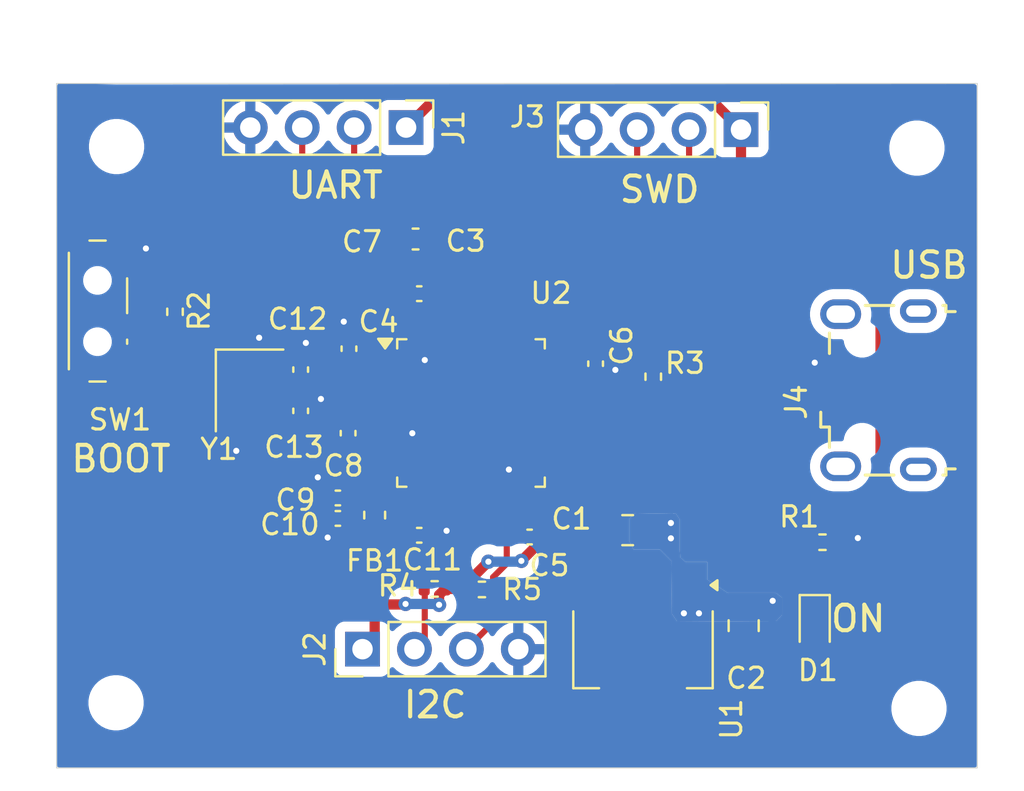
<source format=kicad_pcb>
(kicad_pcb (version 20240108) (generator "pcbnew") (generator_version "8.0")
  (layers (0 "F.Cu" signal) (31 "B.Cu" power) (34 "B.Paste" user) (35 "F.Paste" user) (36 "B.SilkS" user "B.Silkscreen") (37 "F.SilkS" user "F.Silkscreen") (38 "B.Mask" user) (39 "F.Mask" user) (44 "Edge.Cuts" user))
  (net 0 "")
  (net 1 "VBUS")
  (net 2 "GND")
  (net 3 "+3.3V")
  (net 4 "+3.3VA")
  (net 5 "/NRST")
  (net 6 "/HSE_IN")
  (net 7 "/HSE_OUT")
  (net 8 "/PW_LED_K")
  (net 9 "/USART_RX")
  (net 10 "/USART1_TX")
  (net 11 "/I2C2_SCL")
  (net 12 "/I2C2_SDA")
  (net 13 "/SWDIO")
  (net 14 "/SWCLK")
  (net 15 "/USB_D+")
  (net 21 "/USB_D-")
  (net 22 "/SW_BOOT0")
  (net 23 "/BOOT0")
  (footprint "Inductor_SMD:L_0603_1608Metric" (layer "F.Cu") (at 83.3 58.3375 -90)
    (property "Reference" "FB1" (at 2.2375 0 180) (layer "F.SilkS"))
    (property "Value" "120R")
    (fp_line (start -0.162779 0.51) (end 0.162779 0.51) (stroke (width 0.12)) (layer "F.SilkS"))
    (fp_line (start -0.162779 -0.51) (end 0.162779 -0.51) (stroke (width 0.12)) (layer "F.SilkS"))
    (pad "1" smd roundrect (at -0.7875 0 270) (size 0.875 0.95) (layers "F.Cu" "F.Paste" "F.Mask") (net 4 "+3.3VA"))
    (pad "2" smd roundrect (at 0.7875 0 270) (size 0.875 0.95) (layers "F.Cu" "F.Paste" "F.Mask") (net 3 "+3.3V"))
  )
  (footprint "Capacitor_SMD:C_0402_1005Metric" (layer "F.Cu") (at 79.6798 51.2158 90)
    (property "Reference" "C12" (at 2.4732 -0.1524 180) (layer "F.SilkS"))
    (property "Value" "10pF")
    (fp_line (start -0.107836 -0.36) (end 0.107836 -0.36) (stroke (width 0.12)) (layer "F.SilkS"))
    (fp_line (start -0.107836 0.36) (end 0.107836 0.36) (stroke (width 0.12)) (layer "F.SilkS"))
    (pad "1" smd roundrect (at -0.48 0 90) (size 0.56 0.62) (layers "F.Cu" "F.Paste" "F.Mask") (net 6 "/HSE_IN"))
    (pad "2" smd roundrect (at 0.48 0 90) (size 0.56 0.62) (layers "F.Cu" "F.Paste" "F.Mask") (net 2 "GND"))
  )
  (footprint "Capacitor_SMD:C_0402_1005Metric" (layer "F.Cu") (at 81.5 57.5 180)
    (property "Reference" "C9" (at 2.075 -0.1 0) (layer "F.SilkS"))
    (property "Value" "1uF")
    (fp_line (start -0.107836 0.36) (end 0.107836 0.36) (stroke (width 0.12)) (layer "F.SilkS"))
    (fp_line (start -0.107836 -0.36) (end 0.107836 -0.36) (stroke (width 0.12)) (layer "F.SilkS"))
    (pad "1" smd roundrect (at -0.48 0 180) (size 0.56 0.62) (layers "F.Cu" "F.Paste" "F.Mask") (net 4 "+3.3VA"))
    (pad "2" smd roundrect (at 0.48 0 180) (size 0.56 0.62) (layers "F.Cu" "F.Paste" "F.Mask") (net 2 "GND"))
  )
  (footprint "Capacitor_SMD:C_0402_1005Metric" (layer "F.Cu") (at 90.8786 59.4106 180)
    (property "Reference" "C5" (at -0.9678 -1.397 360) (layer "F.SilkS"))
    (property "Value" "100nF")
    (fp_line (start -0.107836 0.36) (end 0.107836 0.36) (stroke (width 0.12)) (layer "F.SilkS"))
    (fp_line (start -0.107836 -0.36) (end 0.107836 -0.36) (stroke (width 0.12)) (layer "F.SilkS"))
    (pad "1" smd roundrect (at -0.48 0 180) (size 0.56 0.62) (layers "F.Cu" "F.Paste" "F.Mask") (net 3 "+3.3V"))
    (pad "2" smd roundrect (at 0.48 0 180) (size 0.56 0.62) (layers "F.Cu" "F.Paste" "F.Mask") (net 2 "GND"))
  )
  (footprint "Capacitor_SMD:C_0402_1005Metric" (layer "F.Cu") (at 94.107 50.927 -90)
    (property "Reference" "C6" (at -0.889 -1.27 90) (layer "F.SilkS"))
    (property "Value" "100nF")
    (fp_line (start -0.107836 0.36) (end 0.107836 0.36) (stroke (width 0.12)) (layer "F.SilkS"))
    (fp_line (start -0.107836 -0.36) (end 0.107836 -0.36) (stroke (width 0.12)) (layer "F.SilkS"))
    (pad "1" smd roundrect (at -0.48 0 270) (size 0.56 0.62) (layers "F.Cu" "F.Paste" "F.Mask") (net 3 "+3.3V"))
    (pad "2" smd roundrect (at 0.48 0 270) (size 0.56 0.62) (layers "F.Cu" "F.Paste" "F.Mask") (net 2 "GND"))
  )
  (footprint "Crystal:Crystal_SMD_3225-4Pin_3.2x2.5mm" (layer "F.Cu") (at 77.1798 52.2358 -90)
    (property "Reference" "Y1" (at 2.875 1.5 180) (layer "F.SilkS"))
    (property "Value" "16MHz")
    (fp_line (start -2 1.65) (end 2 1.65) (stroke (width 0.12)) (layer "F.SilkS"))
    (fp_line (start -2 -1.65) (end -2 1.65) (stroke (width 0.12)) (layer "F.SilkS"))
    (pad "1" smd rect (at -1.1 0.85 270) (size 1.4 1.2) (layers "F.Cu" "F.Paste" "F.Mask") (net 6 "/HSE_IN"))
    (pad "2" smd rect (at 1.1 0.85 270) (size 1.4 1.2) (layers "F.Cu" "F.Paste" "F.Mask") (net 2 "GND"))
    (pad "3" smd rect (at 1.1 -0.85 270) (size 1.4 1.2) (layers "F.Cu" "F.Paste" "F.Mask") (net 7 "/HSE_OUT"))
    (pad "4" smd rect (at -1.1 -0.85 270) (size 1.4 1.2) (layers "F.Cu" "F.Paste" "F.Mask") (net 2 "GND"))
  )
  (footprint "Button_Switch_SMD:SW_SPDT_PCM12" (layer "F.Cu") (at 70.071 48.351 -90)
    (property "Reference" "SW1" (at 5.3192 -0.7696 0) (layer "F.SilkS"))
    (property "Value" "SW_SPDT")
    (fp_line (start -2.85 1.73) (end 2.85 1.73) (stroke (width 0.12)) (layer "F.SilkS"))
    (fp_line (start 3.45 0.72) (end 3.45 -0.07) (stroke (width 0.12)) (layer "F.SilkS"))
    (fp_line (start -3.45 -0.07) (end -3.45 0.72) (stroke (width 0.12)) (layer "F.SilkS"))
    (fp_line (start -1.6 -1.12) (end 0.1 -1.12) (stroke (width 0.12)) (layer "F.SilkS"))
    (fp_line (start 1.4 -1.12) (end 1.6 -1.12) (stroke (width 0.12)) (layer "F.SilkS"))
    (pad "" smd rect (at -3.65 -0.78 270) (size 1 0.8) (layers "F.Cu" "F.Paste" "F.Mask"))
    (pad "" smd rect (at -3.65 1.43 270) (size 1 0.8) (layers "F.Cu" "F.Paste" "F.Mask"))
    (pad "" np_thru_hole circle (at -1.5 0.33 270) (size 0.9 0.9) (drill 0.9) (layers "*.Cu" "*.Mask"))
    (pad "" np_thru_hole circle (at 1.5 0.33 270) (size 0.9 0.9) (drill 0.9) (layers "*.Cu" "*.Mask"))
    (pad "" smd rect (at 3.65 -0.78 270) (size 1 0.8) (layers "F.Cu" "F.Paste" "F.Mask"))
    (pad "" smd rect (at 3.65 1.43 270) (size 1 0.8) (layers "F.Cu" "F.Paste" "F.Mask"))
    (pad "1" smd rect (at -2.25 -1.43 270) (size 0.7 1.5) (layers "F.Cu" "F.Paste" "F.Mask") (net 2 "GND"))
    (pad "2" smd rect (at 0.75 -1.43 270) (size 0.7 1.5) (layers "F.Cu" "F.Paste" "F.Mask") (net 22 "/SW_BOOT0"))
    (pad "3" smd rect (at 2.25 -1.43 270) (size 0.7 1.5) (layers "F.Cu" "F.Paste" "F.Mask") (net 3 "+3.3V"))
  )
  (footprint "Resistor_SMD:R_0402_1005Metric" (layer "F.Cu") (at 96.9264 51.564 -90)
    (property "Reference" "R3" (at -0.6624 -1.5494 360) (layer "F.SilkS"))
    (property "Value" "1K5")
    (fp_line (start -0.153641 0.38) (end 0.153641 0.38) (stroke (width 0.12)) (layer "F.SilkS"))
    (fp_line (start -0.153641 -0.38) (end 0.153641 -0.38) (stroke (width 0.12)) (layer "F.SilkS"))
    (pad "1" smd roundrect (at -0.51 0 270) (size 0.54 0.64) (layers "F.Cu" "F.Paste" "F.Mask") (net 3 "+3.3V"))
    (pad "2" smd roundrect (at 0.51 0 270) (size 0.54 0.64) (layers "F.Cu" "F.Paste" "F.Mask") (net 15 "/USB_D+"))
  )
  (footprint "Capacitor_SMD:C_0603_1608Metric" (layer "F.Cu") (at 85.3 44.825)
    (property "Reference" "C3" (at 2.45 0.1 0) (layer "F.SilkS"))
    (property "Value" "10uF")
    (fp_line (start -0.14058 -0.51) (end 0.14058 -0.51) (stroke (width 0.12)) (layer "F.SilkS"))
    (fp_line (start -0.14058 0.51) (end 0.14058 0.51) (stroke (width 0.12)) (layer "F.SilkS"))
    (pad "1" smd roundrect (at -0.775 0) (size 0.9 0.95) (layers "F.Cu" "F.Paste" "F.Mask") (net 3 "+3.3V"))
    (pad "2" smd roundrect (at 0.775 0) (size 0.9 0.95) (layers "F.Cu" "F.Paste" "F.Mask") (net 2 "GND"))
  )
  (footprint "LED_SMD:LED_0603_1608Metric" (layer "F.Cu") (at 104.825 63.7375 -90)
    (property "Reference" "D1" (at 2.2009 -0.1532 360) (layer "F.SilkS"))
    (property "Value" "RED")
    (fp_line (start -1.485 0.735) (end 0.8 0.735) (stroke (width 0.12)) (layer "F.SilkS"))
    (fp_line (start -1.485 -0.735) (end -1.485 0.735) (stroke (width 0.12)) (layer "F.SilkS"))
    (fp_line (start 0.8 -0.735) (end -1.485 -0.735) (stroke (width 0.12)) (layer "F.SilkS"))
    (pad "1" smd roundrect (at -0.7875 0 270) (size 0.875 0.95) (layers "F.Cu" "F.Paste" "F.Mask") (net 8 "/PW_LED_K"))
    (pad "2" smd roundrect (at 0.7875 0 270) (size 0.875 0.95) (layers "F.Cu" "F.Paste" "F.Mask") (net 3 "+3.3V"))
  )
  (footprint "Capacitor_SMD:C_0402_1005Metric" (layer "F.Cu") (at 81.5 58.5 180)
    (property "Reference" "C10" (at 2.35 -0.3 0) (layer "F.SilkS"))
    (property "Value" "1uF")
    (fp_line (start -0.107836 0.36) (end 0.107836 0.36) (stroke (width 0.12)) (layer "F.SilkS"))
    (fp_line (start -0.107836 -0.36) (end 0.107836 -0.36) (stroke (width 0.12)) (layer "F.SilkS"))
    (pad "1" smd roundrect (at -0.48 0 180) (size 0.56 0.62) (layers "F.Cu" "F.Paste" "F.Mask") (net 3 "+3.3V"))
    (pad "2" smd roundrect (at 0.48 0 180) (size 0.56 0.62) (layers "F.Cu" "F.Paste" "F.Mask") (net 2 "GND"))
  )
  (footprint "MountingHole:MountingHole_2.2mm_M2" (layer "F.Cu") (at 70.675 40.3)
    (property "Reference" "H4" (hide yes))
    (property "Value" "MountingHole")
    (pad "" np_thru_hole circle (at 0 0) (size 2.2 2.2) (drill 2.2) (layers "*.Cu" "*.Mask"))
  )
  (footprint "Capacitor_SMD:C_0402_1005Metric" (layer "F.Cu") (at 82 54.328 90)
    (property "Reference" "C8" (at -1.595 -0.225 0) (layer "F.SilkS"))
    (property "Value" "10nF")
    (fp_line (start -0.107836 -0.36) (end 0.107836 -0.36) (stroke (width 0.12)) (layer "F.SilkS"))
    (fp_line (start -0.107836 0.36) (end 0.107836 0.36) (stroke (width 0.12)) (layer "F.SilkS"))
    (pad "1" smd roundrect (at -0.48 0 90) (size 0.56 0.62) (layers "F.Cu" "F.Paste" "F.Mask") (net 4 "+3.3VA"))
    (pad "2" smd roundrect (at 0.48 0 90) (size 0.56 0.62) (layers "F.Cu" "F.Paste" "F.Mask") (net 2 "GND"))
  )
  (footprint "MountingHole:MountingHole_2.2mm_M2" (layer "F.Cu") (at 109.925 67.8)
    (property "Reference" "H2" (hide yes))
    (property "Value" "MountingHole")
    (pad "" np_thru_hole circle (at 0 0) (size 2.2 2.2) (drill 2.2) (layers "*.Cu" "*.Mask"))
  )
  (footprint "Capacitor_SMD:C_0805_2012Metric" (layer "F.Cu") (at 95.675 59.075)
    (property "Reference" "C1" (at -2.75 -0.55 0) (layer "F.SilkS"))
    (property "Value" "22uF")
    (fp_line (start -0.261252 -0.735) (end 0.261252 -0.735) (stroke (width 0.12)) (layer "F.SilkS"))
    (fp_line (start -0.261252 0.735) (end 0.261252 0.735) (stroke (width 0.12)) (layer "F.SilkS"))
    (pad "1" smd roundrect (at -0.95 0) (size 1 1.45) (layers "F.Cu" "F.Paste" "F.Mask") (net 1 "VBUS"))
    (pad "2" smd roundrect (at 0.95 0) (size 1 1.45) (layers "F.Cu" "F.Paste" "F.Mask") (net 2 "GND"))
  )
  (footprint "Connector_PinHeader_2.54mm:PinHeader_1x04_P2.54mm_Vertical" (layer "F.Cu") (at 82.705 64.9 90)
    (property "Reference" "J2" (at 0 -2.33 90) (layer "F.SilkS"))
    (property "Value" "Conn_01x04_Pin")
    (fp_line (start -1.33 -1.33) (end 0 -1.33) (stroke (width 0.12)) (layer "F.SilkS"))
    (fp_line (start -1.33 0) (end -1.33 -1.33) (stroke (width 0.12)) (layer "F.SilkS"))
    (fp_line (start 1.33 1.27) (end 1.33 8.95) (stroke (width 0.12)) (layer "F.SilkS"))
    (fp_line (start -1.33 1.27) (end 1.33 1.27) (stroke (width 0.12)) (layer "F.SilkS"))
    (fp_line (start -1.33 1.27) (end -1.33 8.95) (stroke (width 0.12)) (layer "F.SilkS"))
    (fp_line (start -1.33 8.95) (end 1.33 8.95) (stroke (width 0.12)) (layer "F.SilkS"))
    (pad "1" thru_hole rect (at 0 0 90) (size 1.7 1.7) (drill 1) (layers "*.Cu" "*.Mask") (net 3 "+3.3V"))
    (pad "2" thru_hole oval (at 0 2.54 90) (size 1.7 1.7) (drill 1) (layers "*.Cu" "*.Mask") (net 11 "/I2C2_SCL"))
    (pad "3" thru_hole oval (at 0 5.08 90) (size 1.7 1.7) (drill 1) (layers "*.Cu" "*.Mask") (net 12 "/I2C2_SDA"))
    (pad "4" thru_hole oval (at 0 7.62 90) (size 1.7 1.7) (drill 1) (layers "*.Cu" "*.Mask") (net 2 "GND"))
  )
  (footprint "Resistor_SMD:R_0402_1005Metric" (layer "F.Cu") (at 105.2048 59.6646)
    (property "Reference" "R1" (at -1.141 -1.2446 180) (layer "F.SilkS"))
    (property "Value" "1K5")
    (fp_line (start -0.153641 -0.38) (end 0.153641 -0.38) (stroke (width 0.12)) (layer "F.SilkS"))
    (fp_line (start -0.153641 0.38) (end 0.153641 0.38) (stroke (width 0.12)) (layer "F.SilkS"))
    (pad "1" smd roundrect (at -0.51 0) (size 0.54 0.64) (layers "F.Cu" "F.Paste" "F.Mask") (net 8 "/PW_LED_K"))
    (pad "2" smd roundrect (at 0.51 0) (size 0.54 0.64) (layers "F.Cu" "F.Paste" "F.Mask") (net 2 "GND"))
  )
  (footprint "Capacitor_SMD:C_0402_1005Metric" (layer "F.Cu") (at 82.042 50.193 90)
    (property "Reference" "C4" (at 1.3234 1.4478 180) (layer "F.SilkS"))
    (property "Value" "100nF")
    (fp_line (start -0.107836 -0.36) (end 0.107836 -0.36) (stroke (width 0.12)) (layer "F.SilkS"))
    (fp_line (start -0.107836 0.36) (end 0.107836 0.36) (stroke (width 0.12)) (layer "F.SilkS"))
    (pad "1" smd roundrect (at -0.48 0 90) (size 0.56 0.62) (layers "F.Cu" "F.Paste" "F.Mask") (net 3 "+3.3V"))
    (pad "2" smd roundrect (at 0.48 0 90) (size 0.56 0.62) (layers "F.Cu" "F.Paste" "F.Mask") (net 2 "GND"))
  )
  (footprint "Resistor_SMD:R_0402_1005Metric" (layer "F.Cu") (at 73.533 48.387 90)
    (property "Reference" "R2" (at 0.04 1.175 90) (layer "F.SilkS"))
    (property "Value" "10K")
    (fp_line (start -0.153641 -0.38) (end 0.153641 -0.38) (stroke (width 0.12)) (layer "F.SilkS"))
    (fp_line (start -0.153641 0.38) (end 0.153641 0.38) (stroke (width 0.12)) (layer "F.SilkS"))
    (pad "1" smd roundrect (at -0.51 0 90) (size 0.54 0.64) (layers "F.Cu" "F.Paste" "F.Mask") (net 22 "/SW_BOOT0"))
    (pad "2" smd roundrect (at 0.51 0 90) (size 0.54 0.64) (layers "F.Cu" "F.Paste" "F.Mask") (net 23 "/BOOT0"))
  )
  (footprint "Capacitor_SMD:C_0402_1005Metric" (layer "F.Cu") (at 79.6798 53.2358 90)
    (property "Reference" "C13" (at -1.775 -0.325 180) (layer "F.SilkS"))
    (property "Value" "10pF")
    (fp_line (start -0.107836 -0.36) (end 0.107836 -0.36) (stroke (width 0.12)) (layer "F.SilkS"))
    (fp_line (start -0.107836 0.36) (end 0.107836 0.36) (stroke (width 0.12)) (layer "F.SilkS"))
    (pad "1" smd roundrect (at -0.48 0 90) (size 0.56 0.62) (layers "F.Cu" "F.Paste" "F.Mask") (net 7 "/HSE_OUT"))
    (pad "2" smd roundrect (at 0.48 0 90) (size 0.56 0.62) (layers "F.Cu" "F.Paste" "F.Mask") (net 2 "GND"))
  )
  (footprint "Resistor_SMD:R_0402_1005Metric" (layer "F.Cu") (at 88.5464 61.976)
    (property "Reference" "R5" (at 1.965 0 0) (layer "F.SilkS"))
    (property "Value" "1K5")
    (fp_line (start -0.153641 -0.38) (end 0.153641 -0.38) (stroke (width 0.12)) (layer "F.SilkS"))
    (fp_line (start -0.153641 0.38) (end 0.153641 0.38) (stroke (width 0.12)) (layer "F.SilkS"))
    (pad "1" smd roundrect (at -0.51 0) (size 0.54 0.64) (layers "F.Cu" "F.Paste" "F.Mask") (net 3 "+3.3V"))
    (pad "2" smd roundrect (at 0.51 0) (size 0.54 0.64) (layers "F.Cu" "F.Paste" "F.Mask") (net 12 "/I2C2_SDA"))
  )
  (footprint "MountingHole:MountingHole_2.2mm_M2" (layer "F.Cu") (at 70.65 67.525)
    (property "Reference" "H1" (hide yes))
    (property "Value" "MountingHole")
    (pad "" np_thru_hole circle (at 0 0) (size 2.2 2.2) (drill 2.2) (layers "*.Cu" "*.Mask"))
  )
  (footprint "Resistor_SMD:R_0402_1005Metric" (layer "F.Cu") (at 86.233 61.9506 180)
    (property "Reference" "R4" (at 1.8034 0.1524 360) (layer "F.SilkS"))
    (property "Value" "1K5")
    (fp_line (start -0.153641 0.38) (end 0.153641 0.38) (stroke (width 0.12)) (layer "F.SilkS"))
    (fp_line (start -0.153641 -0.38) (end 0.153641 -0.38) (stroke (width 0.12)) (layer "F.SilkS"))
    (pad "1" smd roundrect (at -0.51 0 180) (size 0.54 0.64) (layers "F.Cu" "F.Paste" "F.Mask") (net 3 "+3.3V"))
    (pad "2" smd roundrect (at 0.51 0 180) (size 0.54 0.64) (layers "F.Cu" "F.Paste" "F.Mask") (net 11 "/I2C2_SCL"))
  )
  (footprint "Package_TO_SOT_SMD:SOT-223-3_TabPin2" (layer "F.Cu") (at 96.425 64.9 -90)
    (property "Reference" "U1" (at 3.425 -4.325 90) (layer "F.SilkS"))
    (property "Value" "AMS1117-3.3")
    (fp_line (start -1.85 3.41) (end 1.91 3.41) (stroke (width 0.12)) (layer "F.SilkS"))
    (fp_line (start 1.91 3.41) (end 1.91 2.15) (stroke (width 0.12)) (layer "F.SilkS"))
    (fp_line (start -1.85 -3.41) (end 1.91 -3.41) (stroke (width 0.12)) (layer "F.SilkS"))
    (fp_line (start 1.91 -3.41) (end 1.91 -2.15) (stroke (width 0.12)) (layer "F.SilkS"))
    (fp_poly (pts (xy -3.13 -3.31) (xy -3.37 -3.64) (xy -2.89 -3.64) (xy -3.13 -3.31)) (stroke (width 0.12)) (fill solid) (layer "F.SilkS"))
    (pad "1" smd roundrect (at -3.15 -2.3 270) (size 2 1.5) (layers "F.Cu" "F.Paste" "F.Mask") (net 2 "GND"))
    (pad "2" smd roundrect (at -3.15 0 270) (size 2 1.5) (layers "F.Cu" "F.Paste" "F.Mask") (net 3 "+3.3V"))
    (pad "2" smd roundrect (at 3.15 0 270) (size 2 3.8) (layers "F.Cu" "F.Paste" "F.Mask") (net 3 "+3.3V"))
    (pad "3" smd roundrect (at -3.15 2.3 270) (size 2 1.5) (layers "F.Cu" "F.Paste" "F.Mask") (net 1 "VBUS"))
  )
  (footprint "Package_QFP:LQFP-48_7x7mm_P0.5mm" (layer "F.Cu") (at 88.011 53.34)
    (property "Reference" "U2" (at 3.9116 -5.8674 0) (layer "F.SilkS"))
    (property "Value" "STM32F103C8T6")
    (fp_line (start -3.61 -3.61) (end -3.61 -3.16) (stroke (width 0.12)) (layer "F.SilkS"))
    (fp_line (start -3.61 3.61) (end -3.61 3.16) (stroke (width 0.12)) (layer "F.SilkS"))
    (fp_line (start -3.16 -3.61) (end -3.61 -3.61) (stroke (width 0.12)) (layer "F.SilkS"))
    (fp_line (start -3.16 3.61) (end -3.61 3.61) (stroke (width 0.12)) (layer "F.SilkS"))
    (fp_line (start 3.16 -3.61) (end 3.61 -3.61) (stroke (width 0.12)) (layer "F.SilkS"))
    (fp_line (start 3.16 3.61) (end 3.61 3.61) (stroke (width 0.12)) (layer "F.SilkS"))
    (fp_line (start 3.61 -3.61) (end 3.61 -3.16) (stroke (width 0.12)) (layer "F.SilkS"))
    (fp_line (start 3.61 3.61) (end 3.61 3.16) (stroke (width 0.12)) (layer "F.SilkS"))
    (fp_poly (pts (xy -4.2 -3.16) (xy -4.54 -3.63) (xy -3.86 -3.63) (xy -4.2 -3.16)) (stroke (width 0.12)) (fill solid) (layer "F.SilkS"))
    (pad "1" smd roundrect (at -4.1625 -2.75) (size 1.475 0.3) (layers "F.Cu" "F.Paste" "F.Mask") (net 3 "+3.3V"))
    (pad "2" smd roundrect (at -4.1625 -2.25) (size 1.475 0.3) (layers "F.Cu" "F.Paste" "F.Mask"))
    (pad "3" smd roundrect (at -4.1625 -1.75) (size 1.475 0.3) (layers "F.Cu" "F.Paste" "F.Mask"))
    (pad "4" smd roundrect (at -4.1625 -1.25) (size 1.475 0.3) (layers "F.Cu" "F.Paste" "F.Mask"))
    (pad "5" smd roundrect (at -4.1625 -0.75) (size 1.475 0.3) (layers "F.Cu" "F.Paste" "F.Mask") (net 6 "/HSE_IN"))
    (pad "6" smd roundrect (at -4.1625 -0.25) (size 1.475 0.3) (layers "F.Cu" "F.Paste" "F.Mask") (net 7 "/HSE_OUT"))
    (pad "7" smd roundrect (at -4.1625 0.25) (size 1.475 0.3) (layers "F.Cu" "F.Paste" "F.Mask") (net 5 "/NRST"))
    (pad "8" smd roundrect (at -4.1625 0.75) (size 1.475 0.3) (layers "F.Cu" "F.Paste" "F.Mask") (net 2 "GND"))
    (pad "9" smd roundrect (at -4.1625 1.25) (size 1.475 0.3) (layers "F.Cu" "F.Paste" "F.Mask") (net 4 "+3.3VA"))
    (pad "10" smd roundrect (at -4.1625 1.75) (size 1.475 0.3) (layers "F.Cu" "F.Paste" "F.Mask"))
    (pad "11" smd roundrect (at -4.1625 2.25) (size 1.475 0.3) (layers "F.Cu" "F.Paste" "F.Mask"))
    (pad "12" smd roundrect (at -4.1625 2.75) (size 1.475 0.3) (layers "F.Cu" "F.Paste" "F.Mask"))
    (pad "13" smd roundrect (at -2.75 4.1625) (size 0.3 1.475) (layers "F.Cu" "F.Paste" "F.Mask"))
    (pad "14" smd roundrect (at -2.25 4.1625) (size 0.3 1.475) (layers "F.Cu" "F.Paste" "F.Mask"))
    (pad "15" smd roundrect (at -1.75 4.1625) (size 0.3 1.475) (layers "F.Cu" "F.Paste" "F.Mask"))
    (pad "16" smd roundrect (at -1.25 4.1625) (size 0.3 1.475) (layers "F.Cu" "F.Paste" "F.Mask"))
    (pad "17" smd roundrect (at -0.75 4.1625) (size 0.3 1.475) (layers "F.Cu" "F.Paste" "F.Mask"))
    (pad "18" smd roundrect (at -0.25 4.1625) (size 0.3 1.475) (layers "F.Cu" "F.Paste" "F.Mask"))
    (pad "19" smd roundrect (at 0.25 4.1625) (size 0.3 1.475) (layers "F.Cu" "F.Paste" "F.Mask"))
    (pad "20" smd roundrect (at 0.75 4.1625) (size 0.3 1.475) (layers "F.Cu" "F.Paste" "F.Mask"))
    (pad "21" smd roundrect (at 1.25 4.1625) (size 0.3 1.475) (layers "F.Cu" "F.Paste" "F.Mask") (net 11 "/I2C2_SCL"))
    (pad "22" smd roundrect (at 1.75 4.1625) (size 0.3 1.475) (layers "F.Cu" "F.Paste" "F.Mask") (net 12 "/I2C2_SDA"))
    (pad "23" smd roundrect (at 2.25 4.1625) (size 0.3 1.475) (layers "F.Cu" "F.Paste" "F.Mask") (net 2 "GND"))
    (pad "24" smd roundrect (at 2.75 4.1625) (size 0.3 1.475) (layers "F.Cu" "F.Paste" "F.Mask") (net 3 "+3.3V"))
    (pad "25" smd roundrect (at 4.1625 2.75) (size 1.475 0.3) (layers "F.Cu" "F.Paste" "F.Mask"))
    (pad "26" smd roundrect (at 4.1625 2.25) (size 1.475 0.3) (layers "F.Cu" "F.Paste" "F.Mask"))
    (pad "27" smd roundrect (at 4.1625 1.75) (size 1.475 0.3) (layers "F.Cu" "F.Paste" "F.Mask"))
    (pad "28" smd roundrect (at 4.1625 1.25) (size 1.475 0.3) (layers "F.Cu" "F.Paste" "F.Mask"))
    (pad "29" smd roundrect (at 4.1625 0.75) (size 1.475 0.3) (layers "F.Cu" "F.Paste" "F.Mask"))
    (pad "30" smd roundrect (at 4.1625 0.25) (size 1.475 0.3) (layers "F.Cu" "F.Paste" "F.Mask"))
    (pad "31" smd roundrect (at 4.1625 -0.25) (size 1.475 0.3) (layers "F.Cu" "F.Paste" "F.Mask"))
    (pad "32" smd roundrect (at 4.1625 -0.75) (size 1.475 0.3) (layers "F.Cu" "F.Paste" "F.Mask") (net 21 "/USB_D-"))
    (pad "33" smd roundrect (at 4.1625 -1.25) (size 1.475 0.3) (layers "F.Cu" "F.Paste" "F.Mask") (net 15 "/USB_D+"))
    (pad "34" smd roundrect (at 4.1625 -1.75) (size 1.475 0.3) (layers "F.Cu" "F.Paste" "F.Mask") (net 13 "/SWDIO"))
    (pad "35" smd roundrect (at 4.1625 -2.25) (size 1.475 0.3) (layers "F.Cu" "F.Paste" "F.Mask") (net 2 "GND"))
    (pad "36" smd roundrect (at 4.1625 -2.75) (size 1.475 0.3) (layers "F.Cu" "F.Paste" "F.Mask") (net 3 "+3.3V"))
    (pad "37" smd roundrect (at 2.75 -4.1625) (size 0.3 1.475) (layers "F.Cu" "F.Paste" "F.Mask") (net 14 "/SWCLK"))
    (pad "38" smd roundrect (at 2.25 -4.1625) (size 0.3 1.475) (layers "F.Cu" "F.Paste" "F.Mask"))
    (pad "39" smd roundrect (at 1.75 -4.1625) (size 0.3 1.475) (layers "F.Cu" "F.Paste" "F.Mask"))
    (pad "40" smd roundrect (at 1.25 -4.1625) (size 0.3 1.475) (layers "F.Cu" "F.Paste" "F.Mask"))
    (pad "41" smd roundrect (at 0.75 -4.1625) (size 0.3 1.475) (layers "F.Cu" "F.Paste" "F.Mask"))
    (pad "42" smd roundrect (at 0.25 -4.1625) (size 0.3 1.475) (layers "F.Cu" "F.Paste" "F.Mask") (net 10 "/USART1_TX"))
    (pad "43" smd roundrect (at -0.25 -4.1625) (size 0.3 1.475) (layers "F.Cu" "F.Paste" "F.Mask") (net 9 "/USART_RX"))
    (pad "44" smd roundrect (at -0.75 -4.1625) (size 0.3 1.475) (layers "F.Cu" "F.Paste" "F.Mask") (net 23 "/BOOT0"))
    (pad "45" smd roundrect (at -1.25 -4.1625) (size 0.3 1.475) (layers "F.Cu" "F.Paste" "F.Mask"))
    (pad "46" smd roundrect (at -1.75 -4.1625) (size 0.3 1.475) (layers "F.Cu" "F.Paste" "F.Mask"))
    (pad "47" smd roundrect (at -2.25 -4.1625) (size 0.3 1.475) (layers "F.Cu" "F.Paste" "F.Mask") (net 2 "GND"))
    (pad "48" smd roundrect (at -2.75 -4.1625) (size 0.3 1.475) (layers "F.Cu" "F.Paste" "F.Mask") (net 3 "+3.3V"))
  )
  (footprint "Connector_PinHeader_2.54mm:PinHeader_1x04_P2.54mm_Vertical" (layer "F.Cu") (at 84.836 39.37 -90)
    (property "Reference" "J1" (at 0 -2.33 90) (layer "F.SilkS"))
    (property "Value" "Conn_01x04_Pin")
    (fp_line (start -1.33 8.95) (end 1.33 8.95) (stroke (width 0.12)) (layer "F.SilkS"))
    (fp_line (start -1.33 1.27) (end -1.33 8.95) (stroke (width 0.12)) (layer "F.SilkS"))
    (fp_line (start -1.33 1.27) (end 1.33 1.27) (stroke (width 0.12)) (layer "F.SilkS"))
    (fp_line (start 1.33 1.27) (end 1.33 8.95) (stroke (width 0.12)) (layer "F.SilkS"))
    (fp_line (start -1.33 0) (end -1.33 -1.33) (stroke (width 0.12)) (layer "F.SilkS"))
    (fp_line (start -1.33 -1.33) (end 0 -1.33) (stroke (width 0.12)) (layer "F.SilkS"))
    (pad "1" thru_hole rect (at 0 0 270) (size 1.7 1.7) (drill 1) (layers "*.Cu" "*.Mask") (net 3 "+3.3V"))
    (pad "2" thru_hole oval (at 0 2.54 270) (size 1.7 1.7) (drill 1) (layers "*.Cu" "*.Mask") (net 10 "/USART1_TX"))
    (pad "3" thru_hole oval (at 0 5.08 270) (size 1.7 1.7) (drill 1) (layers "*.Cu" "*.Mask") (net 9 "/USART_RX"))
    (pad "4" thru_hole oval (at 0 7.62 270) (size 1.7 1.7) (drill 1) (layers "*.Cu" "*.Mask") (net 2 "GND"))
  )
  (footprint "Connector_PinHeader_2.54mm:PinHeader_1x04_P2.54mm_Vertical" (layer "F.Cu") (at 101.219 39.4716 -90)
    (property "Reference" "J3" (at -0.625 10.45 180) (layer "F.SilkS"))
    (property "Value" "Conn_01x04_Pin")
    (fp_line (start -1.33 8.95) (end 1.33 8.95) (stroke (width 0.12)) (layer "F.SilkS"))
    (fp_line (start -1.33 1.27) (end -1.33 8.95) (stroke (width 0.12)) (layer "F.SilkS"))
    (fp_line (start -1.33 1.27) (end 1.33 1.27) (stroke (width 0.12)) (layer "F.SilkS"))
    (fp_line (start 1.33 1.27) (end 1.33 8.95) (stroke (width 0.12)) (layer "F.SilkS"))
    (fp_line (start -1.33 0) (end -1.33 -1.33) (stroke (width 0.12)) (layer "F.SilkS"))
    (fp_line (start -1.33 -1.33) (end 0 -1.33) (stroke (width 0.12)) (layer "F.SilkS"))
    (pad "1" thru_hole rect (at 0 0 270) (size 1.7 1.7) (drill 1) (layers "*.Cu" "*.Mask") (net 3 "+3.3V"))
    (pad "2" thru_hole oval (at 0 2.54 270) (size 1.7 1.7) (drill 1) (layers "*.Cu" "*.Mask") (net 13 "/SWDIO"))
    (pad "3" thru_hole oval (at 0 5.08 270) (size 1.7 1.7) (drill 1) (layers "*.Cu" "*.Mask") (net 14 "/SWCLK"))
    (pad "4" thru_hole oval (at 0 7.62 270) (size 1.7 1.7) (drill 1) (layers "*.Cu" "*.Mask") (net 2 "GND"))
  )
  (footprint "Capacitor_SMD:C_0402_1005Metric" (layer "F.Cu") (at 85.48 59.325)
    (property "Reference" "C11" (at 0.645 1.2 0) (layer "F.SilkS"))
    (property "Value" "100nF")
    (fp_line (start -0.107836 -0.36) (end 0.107836 -0.36) (stroke (width 0.12)) (layer "F.SilkS"))
    (fp_line (start -0.107836 0.36) (end 0.107836 0.36) (stroke (width 0.12)) (layer "F.SilkS"))
    (pad "1" smd roundrect (at -0.48 0) (size 0.56 0.62) (layers "F.Cu" "F.Paste" "F.Mask") (net 5 "/NRST"))
    (pad "2" smd roundrect (at 0.48 0) (size 0.56 0.62) (layers "F.Cu" "F.Paste" "F.Mask") (net 2 "GND"))
  )
  (footprint "MountingHole:MountingHole_2.2mm_M2" (layer "F.Cu") (at 109.825 40.375)
    (property "Reference" "H3" (hide yes))
    (property "Value" "MountingHole")
    (pad "" np_thru_hole circle (at 0 0) (size 2.2 2.2) (drill 2.2) (layers "*.Cu" "*.Mask"))
  )
  (footprint "Capacitor_SMD:C_0805_2012Metric" (layer "F.Cu") (at 101.35 63.75 90)
    (property "Reference" "C2" (at -2.5694 0.123 180) (layer "F.SilkS"))
    (property "Value" "22uF")
    (fp_line (start -0.261252 -0.735) (end 0.261252 -0.735) (stroke (width 0.12)) (layer "F.SilkS"))
    (fp_line (start -0.261252 0.735) (end 0.261252 0.735) (stroke (width 0.12)) (layer "F.SilkS"))
    (pad "1" smd roundrect (at -0.95 0 90) (size 1 1.45) (layers "F.Cu" "F.Paste" "F.Mask") (net 3 "+3.3V"))
    (pad "2" smd roundrect (at 0.95 0 90) (size 1 1.45) (layers "F.Cu" "F.Paste" "F.Mask") (net 2 "GND"))
  )
  (footprint "Connector_USB:USB_Micro-B_Wuerth_629105150521" (layer "F.Cu") (at 107.945 52.227 90)
    (property "Reference" "J4" (at -0.575 -4.025 90) (layer "F.SilkS"))
    (property "Value" "USB_B_Micro")
    (fp_line (start -1.075 -2.825) (end -1.8 -2.825) (stroke (width 0.15)) (layer "F.SilkS"))
    (fp_line (start -1.8 -2.825) (end -1.8 -2.4) (stroke (width 0.15)) (layer "F.SilkS"))
    (fp_line (start 1.8 -2.4) (end 2.8 -2.4) (stroke (width 0.15)) (layer "F.SilkS"))
    (fp_line (start -1.8 -2.4) (end -2.8 -2.4) (stroke (width 0.15)) (layer "F.SilkS"))
    (fp_line (start -4.15 -0.65) (end -4.15 0.75) (stroke (width 0.15)) (layer "F.SilkS"))
    (fp_line (start 4.15 0.75) (end 4.15 -0.65) (stroke (width 0.15)) (layer "F.SilkS"))
    (fp_line (start -4.15 3.15) (end -4.15 3.3) (stroke (width 0.15)) (layer "F.SilkS"))
    (fp_line (start 4.15 3.3) (end 4.15 3.15) (stroke (width 0.15)) (layer "F.SilkS"))
    (fp_line (start 3.85 3.3) (end 4.15 3.3) (stroke (width 0.15)) (layer "F.SilkS"))
    (fp_line (start -3.85 3.3) (end -3.85 3.75) (stroke (width 0.15)) (layer "F.SilkS"))
    (fp_line (start -4.15 3.3) (end -3.85 3.3) (stroke (width 0.15)) (layer "F.SilkS"))
    (fp_line (start 3.85 3.75) (end 3.85 3.3) (stroke (width 0.15)) (layer "F.SilkS"))
    (pad "" np_thru_hole oval (at -2.5 -0.8 90) (size 0.8 0.8) (drill 0.8) (layers "*.Cu" "*.Mask"))
    (pad "" np_thru_hole oval (at 2.5 -0.8 90) (size 0.8 0.8) (drill 0.8) (layers "*.Cu" "*.Mask"))
    (pad "1" smd rect (at -1.3 -1.9 90) (size 0.45 1.3) (layers "F.Cu" "F.Paste" "F.Mask") (net 1 "VBUS"))
    (pad "2" smd rect (at -0.65 -1.9 90) (size 0.45 1.3) (layers "F.Cu" "F.Paste" "F.Mask") (net 21 "/USB_D-"))
    (pad "3" smd rect (at 0 -1.9 90) (size 0.45 1.3) (layers "F.Cu" "F.Paste" "F.Mask") (net 15 "/USB_D+"))
    (pad "4" smd rect (at 0.65 -1.9 90) (size 0.45 1.3) (layers "F.Cu" "F.Paste" "F.Mask"))
    (pad "5" smd rect (at 1.3 -1.9 90) (size 0.45 1.3) (layers "F.Cu" "F.Paste" "F.Mask") (net 2 "GND"))
    (pad "6" thru_hole oval (at -3.875 1.95 90) (size 1.15 1.8) (drill oval 0.55 1.2) (layers "*.Cu" "*.Mask"))
    (pad "6" thru_hole oval (at -3.725 -1.85 90) (size 1.45 2) (drill oval 0.85 1.4) (layers "*.Cu" "*.Mask"))
    (pad "6" thru_hole oval (at 3.725 -1.85 90) (size 1.45 2) (drill oval 0.85 1.4) (layers "*.Cu" "*.Mask"))
    (pad "6" thru_hole oval (at 3.875 1.95 90) (size 1.15 1.8) (drill oval 0.55 1.2) (layers "*.Cu" "*.Mask"))
  )
  (footprint "Capacitor_SMD:C_0402_1005Metric" (layer "F.Cu") (at 85.48 47.5)
    (property "Reference" "C7" (at -2.803 -2.542 0) (layer "F.SilkS"))
    (property "Value" "100nF")
    (fp_line (start -0.107836 -0.36) (end 0.107836 -0.36) (stroke (width 0.12)) (layer "F.SilkS"))
    (fp_line (start -0.107836 0.36) (end 0.107836 0.36) (stroke (width 0.12)) (layer "F.SilkS"))
    (pad "1" smd roundrect (at -0.48 0) (size 0.56 0.62) (layers "F.Cu" "F.Paste" "F.Mask") (net 3 "+3.3V"))
    (pad "2" smd roundrect (at 0.48 0) (size 0.56 0.62) (layers "F.Cu" "F.Paste" "F.Mask") (net 2 "GND"))
  )
  (gr_rect (start 67.7418 37.211) (end 112.776 70.7136) (stroke (width 0.05)) (fill none) (layer "Edge.Cuts"))
  (gr_text "UART\n" (at 78.9686 42.926 0) (layer "F.SilkS") (effects (font (size 1.25 1.25) (thickness 0.2)) (justify left bottom)))
  (gr_text "USB" (at 108.4072 46.8376 0) (layer "F.SilkS") (effects (font (size 1.25 1.25) (thickness 0.2)) (justify left bottom)))
  (gr_text "BOOT\n" (at 68.3514 56.3118 0) (layer "F.SilkS") (effects (font (size 1.25 1.25) (thickness 0.2)) (justify left bottom)))
  (gr_text "ON\n" (at 105.5116 64.135 0) (layer "F.SilkS") (effects (font (size 1.25 1.25) (thickness 0.2)) (justify left bottom)))
  (gr_text "I2C\n" (at 84.6074 68.3514 0) (layer "F.SilkS") (effects (font (size 1.25 1.25) (thickness 0.2)) (justify left bottom)))
  (gr_text "SWD" (at 95.1738 43.1292 0) (layer "F.SilkS") (effects (font (size 1.25 1.25) (thickness 0.2)) (justify left bottom)))
  (segment (start 102.5032 62.8) (end 102.7684 62.5348) (width 0.5) (layer "F.Cu") (net 2))
  (segment (start 85.761 50.7386) (end 85.7504 50.7492) (width 0.3) (layer "F.Cu") (net 2))
  (segment (start 98.725 62.7078) (end 99.1616 63.1444) (width 0.5) (layer "F.Cu") (net 2))
  (segment (start 104.8766 50.927) (end 104.8258 50.8762) (width 0.3) (layer "F.Cu") (net 2))
  (segment (start 83.8485 54.09) (end 83.00788 54.09) (width 0.3) (layer "F.Cu") (net 2))
  (segment (start 81.02 58.5) (end 81.02 59.4166) (width 0.3) (layer "F.Cu") (net 2))
  (segment (start 79.6798 50.7358) (end 79.6798 50.165) (width 0.3) (layer "F.Cu") (net 2))
  (segment (start 101.35 62.8) (end 102.5032 62.8) (width 0.5) (layer "F.Cu") (net 2))
  (segment (start 97.4398 59.075) (end 97.79 58.7248) (width 0.5) (layer "F.Cu") (net 2))
  (segment (start 93.4694 51.407) (end 94.107 51.407) (width 0.3) (layer "F.Cu") (net 2))
  (segment (start 98.725 61.75) (end 98.725 62.7078) (width 0.5) (layer "F.Cu") (net 2))
  (segment (start 71.501 45.8978) (end 72.1106 45.2882) (width 0.3) (layer "F.Cu") (net 2))
  (segment (start 90.261 57.5025) (end 90.261 58.684706) (width 0.3) (layer "F.Cu") (net 2))
  (segment (start 85.96 48.025) (end 85.96 47.5) (width 0.3) (layer "F.Cu") (net 2))
  (segment (start 85.96 45.955) (end 85.96 47.5) (width 0.5) (layer "F.Cu") (net 2))
  (segment (start 98.725 62.8444) (end 98.425 63.1444) (width 0.5) (layer "F.Cu") (net 2))
  (segment (start 94.897 51.407) (end 95.0722 51.2318) (width 0.3) (layer "F.Cu") (net 2))
  (segment (start 96.625 59.075) (end 97.4398 59.075) (width 0.5) (layer "F.Cu") (net 2))
  (segment (start 80.5688 52.7558) (end 80.6704 52.6542) (width 0.3) (layer "F.Cu") (net 2))
  (segment (start 85.761 48.224) (end 85.96 48.025) (width 0.3) (layer "F.Cu") (net 2))
  (segment (start 106.7308 59.6646) (end 106.934 59.4614) (width 0.3) (layer "F.Cu") (net 2))
  (segment (start 71.501 46.101) (end 71.501 45.8978) (width 0.3) (layer "F.Cu") (net 2))
  (segment (start 79.6798 50.165) (end 79.9338 49.911) (width 0.3) (layer "F.Cu") (net 2))
  (segment (start 76.3298 54.9938) (end 76.5302 55.1942) (width 0.5) (layer "F.Cu") (net 2))
  (segment (start 85.96 59.325) (end 86.598 59.325) (width 0.5) (layer "F.Cu") (net 2))
  (segment (start 92.1735 51.09) (end 93.1524 51.09) (width 0.3) (layer "F.Cu") (net 2))
  (segment (start 82.042 49.713) (end 82.042 49.1236) (width 0.5) (layer "F.Cu") (net 2))
  (segment (start 83.00788 54.09) (end 82.76588 53.848) (width 0.3) (layer "F.Cu") (net 2))
  (segment (start 86.075 45.84) (end 85.96 45.955) (width 0.5) (layer "F.Cu") (net 2))
  (segment (start 85.761 49.1775) (end 85.761 50.7386) (width 0.3) (layer "F.Cu") (net 2))
  (segment (start 90.261 57.5025) (end 90.261 56.5044) (width 0.3) (layer "F.Cu") (net 2))
  (segment (start 97.4398 59.124603) (end 97.79 59.474803) (width 0.5) (layer "F.Cu") (net 2))
  (segment (start 82.76588 53.848) (end 82 53.848) (width 0.3) (layer "F.Cu") (net 2))
  (segment (start 106.045 50.927) (end 104.8766 50.927) (width 0.3) (layer "F.Cu") (net 2))
  (segment (start 93.1524 51.09) (end 93.4694 51.407) (width 0.3) (layer "F.Cu") (net 2))
  (segment (start 90.3986 58.822306) (end 90.3986 59.4106) (width 0.3) (layer "F.Cu") (net 2))
  (segment (start 78.0298 51.1358) (end 78.0298 50.039) (width 0.3) (layer "F.Cu") (net 2))
  (segment (start 94.107 51.407) (end 94.897 51.407) (width 0.3) (layer "F.Cu") (net 2))
  (segment (start 86.075 44.825) (end 86.075 45.84) (width 0.5) (layer "F.Cu") (net 2))
  (segment (start 90.261 56.5044) (end 89.8652 56.1086) (width 0.3) (layer "F.Cu") (net 2))
  (segment (start 76.3298 53.3358) (end 76.3298 54.9938) (width 0.5) (layer "F.Cu") (net 2))
  (segment (start 81.02 59.4166) (end 81.0006 59.436) (width 0.3) (layer "F.Cu") (net 2))
  (segment (start 82.042 49.1236) (end 81.788 48.8696) (width 0.5) (layer "F.Cu") (net 2))
  (segment (start 80.518 56.4896) (end 81.02 56.9916) (width 0.3) (layer "F.Cu") (net 2))
  (segment (start 90.261 58.684706) (end 90.3986 58.822306) (width 0.3) (layer "F.Cu") (net 2))
  (segment (start 78.0298 50.039) (end 77.6478 49.657) (width 0.3) (layer "F.Cu") (net 2))
  (segment (start 98.725 61.75) (end 98.725 62.8444) (width 0.5) (layer "F.Cu") (net 2))
  (segment (start 79.6798 52.7558) (end 80.5688 52.7558) (width 0.3) (layer "F.Cu") (net 2))
  (segment (start 97.4398 59.075) (end 97.4398 59.124603) (width 0.5) (layer "F.Cu") (net 2))
  (segment (start 85.761 49.1775) (end 85.761 48.224) (width 0.3) (layer "F.Cu") (net 2))
  (segment (start 86.598 59.325) (end 86.8172 59.1058) (width 0.5) (layer "F.Cu") (net 2))
  (segment (start 84.9002 54.09) (end 85.1408 54.3306) (width 0.3) (layer "F.Cu") (net 2))
  (segment (start 83.8485 54.09) (end 84.9002 54.09) (width 0.3) (layer "F.Cu") (net 2))
  (segment (start 81.02 56.9916) (end 81.02 57.5) (width 0.3) (layer "F.Cu") (net 2))
  (segment (start 105.7148 59.6646) (end 106.7308 59.6646) (width 0.3) (layer "F.Cu") (net 2))
  (via (at 97.79 58.7248) (size 0.7) (drill 0.3) (layers "F.Cu" "B.Cu") (net 2))
  (via (at 80.6704 52.6542) (size 0.7) (drill 0.3) (layers "F.Cu" "B.Cu") (net 2))
  (via (at 102.7684 62.5348) (size 0.7) (drill 0.3) (layers "F.Cu" "B.Cu") (net 2))
  (via (at 85.7504 50.7492) (size 0.7) (drill 0.3) (layers "F.Cu" "B.Cu") (net 2))
  (via (at 81.0006 59.436) (size 0.7) (drill 0.3) (layers "F.Cu" "B.Cu") (net 2))
  (via (at 80.518 56.4896) (size 0.7) (drill 0.3) (layers "F.Cu" "B.Cu") (net 2))
  (via (at 81.788 48.8696) (size 0.7) (drill 0.3) (layers "F.Cu" "B.Cu") (net 2))
  (via (at 86.8172 59.1058) (size 0.7) (drill 0.3) (layers "F.Cu" "B.Cu") (net 2))
  (via (at 97.79 59.474803) (size 0.7) (drill 0.3) (layers "F.Cu" "B.Cu") (net 2))
  (via (at 106.934 59.4614) (size 0.7) (drill 0.3) (layers "F.Cu" "B.Cu") (net 2))
  (via (at 98.425 63.1444) (size 0.7) (drill 0.3) (layers "F.Cu" "B.Cu") (net 2))
  (via (at 76.5302 55.1942) (size 0.7) (drill 0.3) (layers "F.Cu" "B.Cu") (net 2))
  (via (at 89.8652 56.1086) (size 0.7) (drill 0.3) (layers "F.Cu" "B.Cu") (net 2))
  (via (at 85.1408 54.3306) (size 0.7) (drill 0.3) (layers "F.Cu" "B.Cu") (net 2))
  (via (at 72.1106 45.2882) (size 0.7) (drill 0.3) (layers "F.Cu" "B.Cu") (net 2))
  (via (at 79.9338 49.911) (size 0.7) (drill 0.3) (layers "F.Cu" "B.Cu") (net 2))
  (via (at 104.8258 50.8762) (size 0.7) (drill 0.3) (layers "F.Cu" "B.Cu") (net 2))
  (via (at 95.0722 51.2318) (size 0.7) (drill 0.3) (layers "F.Cu" "B.Cu") (net 2))
  (via (at 77.6478 49.657) (size 0.7) (drill 0.3) (layers "F.Cu" "B.Cu") (net 2))
  (via (at 99.1616 63.1444) (size 0.7) (drill 0.3) (layers "F.Cu" "B.Cu") (net 2))
  (segment (start 103.0478 66.7258) (end 105.537 66.7258) (width 0.5) (layer "F.Cu") (net 3))
  (segment (start 88.0364 61.44325) (end 88.862225 60.617425) (width 0.5) (layer "F.Cu") (net 3))
  (segment (start 103.3526 41.7322) (end 101.219 41.7322) (width 0.5) (layer "F.Cu") (net 3))
  (segment (start 105.537 66.7258) (end 108.045 64.2178) (width 0.5) (layer "F.Cu") (net 3))
  (segment (start 101.35 64.7) (end 104.65 64.7) (width 0.5) (layer "F.Cu") (net 3))
  (segment (start 84.525 44.825) (end 84.525 45.917) (width 0.5) (layer "F.Cu") (net 3))
  (segment (start 92.1735 50.59) (end 93.2756 50.59) (width 0.3) (layer "F.Cu") (net 3))
  (segment (start 93.0656 70.0786) (end 102.3874 70.0786) (width 0.5) (layer "F.Cu") (net 3))
  (segment (start 71.501 50.601) (end 72.1162 49.9858) (width 0.5) (layer "F.Cu") (net 3))
  (segment (start 104.65 64.7) (end 104.825 64.525) (width 0.5) (layer "F.Cu") (net 3))
  (segment (start 92.456 60.7926) (end 92.456 69.469) (width 0.5) (layer "F.Cu") (net 3))
  (segment (start 85.261 49.1775) (end 85.261 48.304) (width 0.3) (layer "F.Cu") (net 3))
  (segment (start 108.045 64.2178) (end 108.045 46.4246) (width 0.5) (layer "F.Cu") (net 3))
  (segment (start 90.761 58.4776) (end 91.0286 58.7452) (width 0.3) (layer "F.Cu") (net 3))
  (segment (start 85.261 48.304) (end 85 48.043) (width 0.3) (layer "F.Cu") (net 3))
  (segment (start 85 46.392) (end 85 47.5) (width 0.5) (layer "F.Cu") (net 3))
  (segment (start 83.8485 49.2029) (end 81.5086 46.863) (width 0.3) (layer "F.Cu") (net 3))
  (segment (start 92.456 69.469) (end 93.0656 70.0786) (width 0.5) (layer "F.Cu") (net 3))
  (segment (start 85 48.043) (end 85 47.5) (width 0.3) (layer "F.Cu") (net 3))
  (segment (start 81.5086 46.863) (end 81.5086 44.825) (width 0.3) (layer "F.Cu") (net 3))
  (segment (start 83.3 62.7126) (end 75.0062 62.7126) (width 0.5) (layer "F.Cu") (net 3))
  (segment (start 83.8485 50.59) (end 83.8485 49.2029) (width 0.3) (layer "F.Cu") (net 3))
  (segment (start 91.0286 58.7452) (end 91.0286 59.0806) (width 0.3) (layer "F.Cu") (net 3))
  (segment (start 96.3042 50.4318) (end 94.1222 50.4318) (width 0.5) (layer "F.Cu") (net 3))
  (segment (start 91.0286 59.0806) (end 91.3586 59.4106) (width 0.3) (layer "F.Cu") (net 3))
  (segment (start 84.525 45.917) (end 85 46.392) (width 0.5) (layer "F.Cu") (net 3))
  (segment (start 101.219 42.4942) (end 101.219 39.4716) (width 0.5) (layer "F.Cu") (net 3))
  (segment (start 88.0364 61.976) (end 88.0364 61.44325) (width 0.5) (layer "F.Cu") (net 3))
  (segment (start 82.675 58.5) (end 83.3 59.125) (width 0.5) (layer "F.Cu") (net 3))
  (segment (start 101.219 39.4716) (end 99.4918 37.7444) (width 0.5) (layer "F.Cu") (net 3))
  (segment (start 86.45 62.729145) (end 86.45 62.2436) (width 0.5) (layer "F.Cu") (net 3))
  (segment (start 93.4186 50.447) (end 94.107 50.447) (width 0.3) (layer "F.Cu") (net 3))
  (segment (start 90.761 57.5025) (end 90.761 58.4776) (width 0.3) (layer "F.Cu") (net 3))
  (segment (start 96.9264 51.054) (end 96.3042 50.4318) (width 0.5) (layer "F.Cu") (net 3))
  (segment (start 96.4819 47.2313) (end 101.219 42.4942) (width 0.5) (layer "F.Cu") (net 3))
  (segment (start 94.1222 50.4318) (end 94.107 50.447) (width 0.5) (layer "F.Cu") (net 3))
  (segment (start 103.0478 64.7) (end 103.0478 66.7258) (width 0.5) (layer "F.Cu") (net 3))
  (segment (start 108.045 46.4246) (end 103.3526 41.7322) (width 0.5) (layer "F.Cu") (net 3))
  (segment (start 84.7852 62.7126) (end 84.8106 62.6872) (width 0.5) (layer "F.Cu") (net 3))
  (segment (start 75.0062 62.7126) (end 74.0156 61.722) (width 0.5) (layer "F.Cu") (net 3))
  (segment (start 83.3 64.305) (end 82.705 64.9) (width 0.5) (layer "F.Cu") (net 3))
  (segment (start 80.8034 44.825) (end 81.5086 44.825) (width 0.5) (layer "F.Cu") (net 3))
  (segment (start 83.3 59.125) (end 83.3 64.305) (width 0.5) (layer "F.Cu") (net 3))
  (segment (start 93.2756 50.59) (end 93.4186 50.447) (width 0.3) (layer "F.Cu") (net 3))
  (segment (start 102.3874 70.0786) (end 103.0478 69.4182) (width 0.5) (layer "F.Cu") (net 3))
  (segment (start 82.125 50.59) (end 82.042 50.673) (width 0.3) (layer "F.Cu") (net 3))
  (segment (start 86.743 61.9506) (end 88.011 61.9506) (width 0.5) (layer "F.Cu") (net 3))
  (segment (start 83.8485 50.59) (end 82.125 50.59) (width 0.3) (layer "F.Cu") (net 3))
  (segment (start 83.3 62.7126) (end 84.7852 62.7126) (width 0.5) (layer "F.Cu") (net 3))
  (segment (start 103.0478 69.4182) (end 103.0478 66.7258) (width 0.5) (layer "F.Cu") (net 3))
  (segment (start 88.011 61.9506) (end 88.0364 61.976) (width 0.5) (layer "F.Cu") (net 3))
  (segment (start 86.4616 37.7444) (end 84.836 39.37) (width 0.5) (layer "F.Cu") (net 3))
  (segment (start 74.0156 61.722) (end 74.0156 49.9858) (width 0.5) (layer "F.Cu") (net 3))
  (segment (start 72.1162 49.9858) (end 75.6426 49.9858) (width 0.5) (layer "F.Cu") (net 3))
  (segment (start 81.98 58.5) (end 82.675 58.5) (width 0.5) (layer "F.Cu") (net 3))
  (segment (start 91.3586 59.6952) (end 91.3586 59.4106) (width 0.5) (layer "F.Cu") (net 3))
  (segment (start 96.4819 50.6095) (end 96.4819 47.2313) (width 0.5) (layer "F.Cu") (net 3))
  (segment (start 90.4748 60.579) (end 91.3586 59.6952) (width 0.5) (layer "F.Cu") (net 3))
  (segment (start 91.3586 59.6952) (end 92.456 60.7926) (width 0.5) (layer "F.Cu") (net 3))
  (segment (start 75.6426 49.9858) (end 80.8034 44.825) (width 0.5) (layer "F.Cu") (net 3))
  (segment (start 81.5086 44.825) (end 84.525 44.825) (width 0.5) (layer "F.Cu") (net 3))
  (segment (start 99.4918 37.7444) (end 86.4616 37.7444) (width 0.5) (layer "F.Cu") (net 3))
  (segment (start 86.45 62.2436) (end 86.743 61.9506) (width 0.5) (layer "F.Cu") (net 3))
  (via (at 90.4748 60.579) (size 0.7) (drill 0.3) (layers "F.Cu" "B.Cu") (net 3))
  (via (at 86.45 62.729145) (size 0.7) (drill 0.3) (layers "F.Cu" "B.Cu") (net 3))
  (via (at 88.862225 60.617425) (size 0.7) (drill 0.3) (layers "F.Cu" "B.Cu") (net 3))
  (via (at 84.8106 62.6872) (size 0.7) (drill 0.3) (layers "F.Cu" "B.Cu") (net 3))
  (segment (start 84.8106 62.6872) (end 86.408055 62.6872) (width 0.5) (layer "B.Cu") (net 3))
  (segment (start 88.862225 60.617425) (end 90.436375 60.617425) (width 0.5) (layer "B.Cu") (net 3))
  (segment (start 86.408055 62.6872) (end 86.45 62.729145) (width 0.5) (layer "B.Cu") (net 3))
  (segment (start 90.436375 60.617425) (end 90.4748 60.579) (width 0.5) (layer "B.Cu") (net 3))
  (segment (start 82.03 57.55) (end 81.98 57.5) (width 0.5) (layer "F.Cu") (net 4))
  (segment (start 83.00788 54.59) (end 82.78468 54.8132) (width 0.3) (layer "F.Cu") (net 4))
  (segment (start 82.0052 54.8132) (end 82 54.808) (width 0.3) (layer "F.Cu") (net 4))
  (segment (start 83.8485 54.59) (end 83.00788 54.59) (width 0.3) (layer "F.Cu") (net 4))
  (segment (start 83.3 57.55) (end 82.03 57.55) (width 0.5) (layer "F.Cu") (net 4))
  (segment (start 82.78468 54.8132) (end 82.0052 54.8132) (width 0.3) (layer "F.Cu") (net 4))
  (segment (start 82 57.48) (end 81.98 57.5) (width 0.3) (layer "F.Cu") (net 4))
  (segment (start 82 54.808) (end 82 57.48) (width 0.3) (layer "F.Cu") (net 4))
  (segment (start 84.709 59.034) (end 85 59.325) (width 0.3) (layer "F.Cu") (net 5))
  (segment (start 83.8485 53.59) (end 85.39015 53.59) (width 0.3) (layer "F.Cu") (net 5))
  (segment (start 85.8408 54.04065) (end 85.8408 55.58208) (width 0.3) (layer "F.Cu") (net 5))
  (segment (start 85.8408 55.58208) (end 84.709 56.71388) (width 0.3) (layer "F.Cu") (net 5))
  (segment (start 85.39015 53.59) (end 85.8408 54.04065) (width 0.3) (layer "F.Cu") (net 5))
  (segment (start 84.709 56.71388) (end 84.709 59.034) (width 0.3) (layer "F.Cu") (net 5))
  (segment (start 83.00788 52.59) (end 82.13228 51.7144) (width 0.3) (layer "F.Cu") (net 6))
  (segment (start 83.8485 52.59) (end 83.00788 52.59) (width 0.3) (layer "F.Cu") (net 6))
  (segment (start 79.6984 51.7144) (end 79.6798 51.6958) (width 0.3) (layer "F.Cu") (net 6))
  (segment (start 82.13228 51.7144) (end 79.6984 51.7144) (width 0.3) (layer "F.Cu") (net 6))
  (segment (start 79.6798 51.6958) (end 79.1898 52.1858) (width 0.3) (layer "F.Cu") (net 6))
  (segment (start 76.3298 51.4358) (end 76.3298 51.1358) (width 0.3) (layer "F.Cu") (net 6))
  (segment (start 77.0798 52.1858) (end 76.3298 51.4358) (width 0.3) (layer "F.Cu") (net 6))
  (segment (start 79.1898 52.1858) (end 77.0798 52.1858) (width 0.3) (layer "F.Cu") (net 6))
  (segment (start 79.6798 53.7158) (end 78.4098 53.7158) (width 0.3) (layer "F.Cu") (net 7))
  (segment (start 80.701 53.7158) (end 79.6798 53.7158) (width 0.3) (layer "F.Cu") (net 7))
  (segment (start 83.8485 53.09) (end 81.3268 53.09) (width 0.3) (layer "F.Cu") (net 7))
  (segment (start 81.3268 53.09) (end 80.701 53.7158) (width 0.3) (layer "F.Cu") (net 7))
  (segment (start 78.4098 53.7158) (end 78.0298 53.3358) (width 0.3) (layer "F.Cu") (net 7))
  (segment (start 104.6948 62.8198) (end 104.825 62.95) (width 0.5) (layer "F.Cu") (net 8))
  (segment (start 104.6948 59.6646) (end 104.6948 62.8198) (width 0.5) (layer "F.Cu") (net 8))
  (segment (start 87.761 47.0114) (end 88.4936 46.2788) (width 0.3) (layer "F.Cu") (net 9))
  (segment (start 87.3506 42.2148) (end 80.9498 42.2148) (width 0.3) (layer "F.Cu") (net 9))
  (segment (start 80.9498 42.2148) (end 79.756 41.021) (width 0.3) (layer "F.Cu") (net 9))
  (segment (start 79.756 41.021) (end 79.756 39.37) (width 0.3) (layer "F.Cu") (net 9))
  (segment (start 88.4936 43.3578) (end 87.3506 42.2148) (width 0.3) (layer "F.Cu") (net 9))
  (segment (start 88.4936 46.2788) (end 88.4936 43.3578) (width 0.3) (layer "F.Cu") (net 9))
  (segment (start 87.761 49.1775) (end 87.761 47.0114) (width 0.3) (layer "F.Cu") (net 9))
  (segment (start 89.3318 42.545) (end 88.2396 41.4528) (width 0.3) (layer "F.Cu") (net 10))
  (segment (start 82.296 41.021) (end 82.296 39.37) (width 0.3) (layer "F.Cu") (net 10))
  (segment (start 88.261 47.7306) (end 89.3318 46.6598) (width 0.3) (layer "F.Cu") (net 10))
  (segment (start 88.261 49.1775) (end 88.261 47.7306) (width 0.3) (layer "F.Cu") (net 10))
  (segment (start 82.7278 41.4528) (end 82.296 41.021) (width 0.3) (layer "F.Cu") (net 10))
  (segment (start 88.2396 41.4528) (end 82.7278 41.4528) (width 0.3) (layer "F.Cu") (net 10))
  (segment (start 89.3318 46.6598) (end 89.3318 42.545) (width 0.3) (layer "F.Cu") (net 10))
  (segment (start 89.261 58.4908) (end 86.9188 60.833) (width 0.3) (layer "F.Cu") (net 11))
  (segment (start 85.75 64.395) (end 85.245 64.9) (width 0.3) (layer "F.Cu") (net 11))
  (segment (start 85.75 61.189) (end 85.75 64.395) (width 0.3) (layer "F.Cu") (net 11))
  (segment (start 86.9188 60.833) (end 86.106 60.833) (width 0.3) (layer "F.Cu") (net 11))
  (segment (start 86.106 60.833) (end 85.75 61.189) (width 0.3) (layer "F.Cu") (net 11))
  (segment (start 89.261 57.5025) (end 89.261 58.4908) (width 0.3) (layer "F.Cu") (net 11))
  (segment (start 89.095 62.35) (end 89.095 63.59) (width 0.3) (layer "F.Cu") (net 12))
  (segment (start 89.761 57.5025) (end 89.761 60.7086) (width 0.3) (layer "F.Cu") (net 12))
  (segment (start 89.761 60.7086) (end 89.095 61.3746) (width 0.3) (layer "F.Cu") (net 12))
  (segment (start 89.095 63.59) (end 87.785 64.9) (width 0.3) (layer "F.Cu") (net 12))
  (segment (start 89.095 61.3746) (end 89.095 62.35) (width 0.3) (layer "F.Cu") (net 12))
  (segment (start 98.679 42.60012) (end 98.679 39.4716) (width 0.3) (layer "F.Cu") (net 13))
  (segment (start 92.1735 51.59) (end 91.33288 51.59) (width 0.3) (layer "F.Cu") (net 13))
  (segment (start 90.8304 51.08752) (end 90.8304 50.44872) (width 0.3) (layer "F.Cu") (net 13))
  (segment (start 90.8304 50.44872) (end 98.679 42.60012) (width 0.3) (layer "F.Cu") (net 13))
  (segment (start 91.33288 51.59) (end 90.8304 51.08752) (width 0.3) (layer "F.Cu") (net 13))
  (segment (start 90.761 46.7546) (end 96.139 41.3766) (width 0.3) (layer "F.Cu") (net 14))
  (segment (start 90.761 49.1775) (end 90.761 46.7546) (width 0.3) (layer "F.Cu") (net 14))
  (segment (start 96.139 41.3766) (end 96.139 39.4716) (width 0.3) (layer "F.Cu") (net 14))
  (segment (start 92.1735 52.09) (end 104.5664 52.09) (width 0.3) (layer "F.Cu") (net 15))
  (segment (start 104.5664 52.09) (end 104.7034 52.227) (width 0.3) (layer "F.Cu") (net 15))
  (segment (start 104.7034 52.227) (end 106.045 52.227) (width 0.3) (layer "F.Cu") (net 15))
  (segment (start 92.1735 52.59) (end 95.9478 52.59) (width 0.3) (layer "F.Cu") (net 21))
  (segment (start 96.2348 52.877) (end 106.045 52.877) (width 0.3) (layer "F.Cu") (net 21))
  (segment (start 95.9478 52.59) (end 96.2348 52.877) (width 0.3) (layer "F.Cu") (net 21))
  (segment (start 73.329 49.101) (end 73.533 48.897) (width 0.3) (layer "F.Cu") (net 22))
  (segment (start 71.501 49.101) (end 73.329 49.101) (width 0.3) (layer "F.Cu") (net 22))
  (segment (start 87.261 49.1775) (end 87.261 43.9794) (width 0.3) (layer "F.Cu") (net 23))
  (segment (start 73.533 44.831) (end 73.533 47.877) (width 0.3) (layer "F.Cu") (net 23))
  (segment (start 87.261 43.9794) (end 86.487 43.2054) (width 0.3) (layer "F.Cu") (net 23))
  (segment (start 86.487 43.2054) (end 75.1586 43.2054) (width 0.3) (layer "F.Cu") (net 23))
  (segment (start 75.1586 43.2054) (end 73.533 44.831) (width 0.3) (layer "F.Cu") (net 23))
  (zone (net 3) (net_name "+3.3V") (layer "F.Cu") (priority 3) (connect_pads yes (clearance 0.3)) (min_thickness 0.25) (fill yes (thermal_gap 0.5) (thermal_bridge_width 0.5))
    (polygon (pts (xy 95.4278 60.8076) (xy 95.4278 63.0936) (xy 94.4372 64.643) (xy 94.4118 68.5546) (xy 94.4118 68.834) (xy 94.7674 69.1642) (xy 98.2218 69.1642) (xy 98.5012 68.6308) (xy 98.4504 67.2084) (xy 98.4504 65.9892) (xy 99.0092 65.3796) (xy 102.0064 65.3796) (xy 102.1842 65.1256) (xy 102.1842 64.3128) (xy 101.9556 64.0842) (xy 97.79 64.0842) (xy 97.3074 63.2968) (xy 97.3074 61.0616) (xy 97.028 60.6298) (xy 95.5548 60.6298) (xy 95.4278 60.8076)))
  )
  (zone (net 1) (net_name "VBUS") (layer "F.Cu") (priority 2) (connect_pads yes (clearance 0.3)) (min_thickness 0.25) (fill yes (thermal_gap 0.5) (thermal_bridge_width 0.5))
    (polygon (pts (xy 94.0054 55.499) (xy 95.7326 53.3146) (xy 106.7308 53.2892) (xy 106.7562 53.3654) (xy 106.7562 53.721) (xy 106.7054 53.7972) (xy 96.393 53.7718) (xy 95.504 55.245) (xy 95.4786 59.6138) (xy 95.1992 60.0202) (xy 95.0722 60.198) (xy 95.0214 62.4332) (xy 94.4626 63.0682) (xy 93.5228 63.0428) (xy 93.218 62.5602) (xy 93.218 60.452) (xy 93.9546 59.8932) (xy 94.0054 58.42)))
  )
  (zone (net 2) (net_name "GND") (layer "B.Cu") (priority 1) (connect_pads (clearance 0.3)) (min_thickness 0.25) (fill yes (thermal_gap 0.5) (thermal_bridge_width 0.5))
    (polygon (pts (xy 97.8662 58.2676) (xy 98.0186 58.2422) (xy 98.2218 58.547) (xy 98.2218 59.9948) (xy 98.2472 60.4012) (xy 98.5012 60.6298) (xy 99.568 60.6298) (xy 99.568 61.4934) (xy 100.584 62.1538) (xy 102.9462 62.1538) (xy 103.2256 62.3824) (xy 103.2256 63.2206) (xy 102.9462 63.5254) (xy 98.0948 63.5508) (xy 97.8408 63.1698) (xy 97.8154 60.579) (xy 97.2566 60.0202) (xy 95.9612 60.0202) (xy 95.758 59.6138) (xy 95.758 58.5216) (xy 96.0374 58.2422)))
  )
  (zone (net 2) (net_name "GND") (layer "B.Cu") (connect_pads (clearance 0.5)) (min_thickness 0.25) (fill yes (thermal_gap 0.5) (thermal_bridge_width 0.5))
    (polygon (pts (xy 70.6628 37.2618) (xy 112.7506 37.2364) (xy 112.776 70.6882) (xy 67.7418 70.6882) (xy 67.7672 37.1856)))
  )
)
</source>
